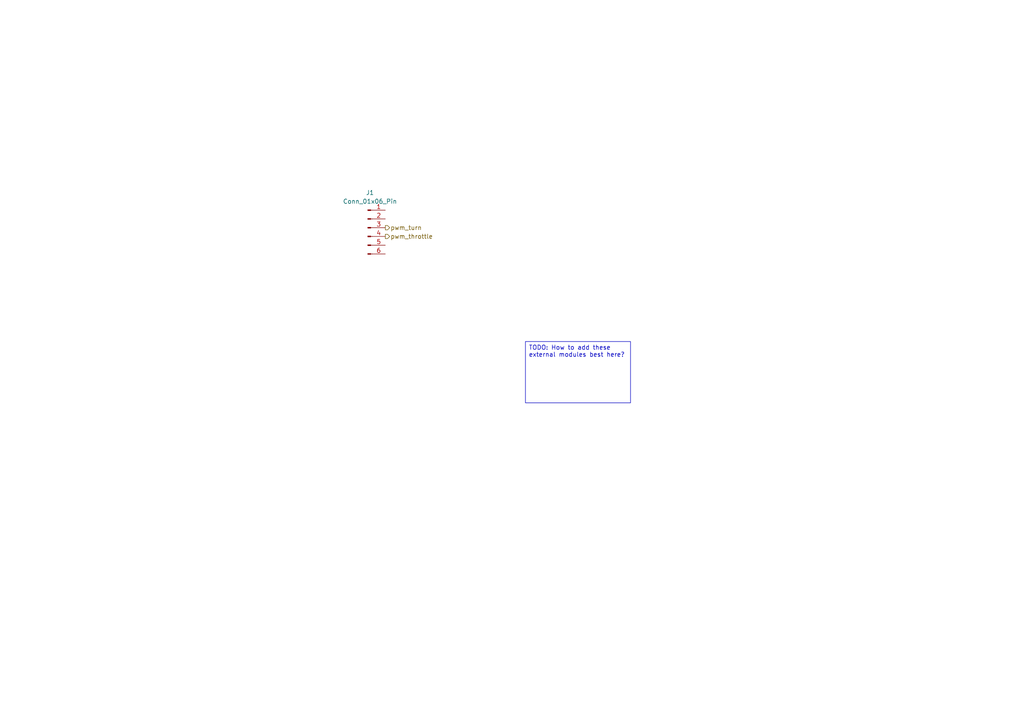
<source format=kicad_sch>
(kicad_sch (version 20230121) (generator eeschema)
  (paper "A4")
  (lib_symbols
    (symbol "Connector:Conn_01x06_Pin" (pin_names (offset 1.016) hide)
      (property "Reference" "J" (at 0 7.62 0))
      (property "Value" "Conn_01x06_Pin" (at 0 -10.16 0))
      (symbol "Conn_01x06_Pin_1_1"
        (polyline (pts (xy 1.27 -7.62) (xy 0.8636 -7.62)) (stroke (width 0.1524)))
        (polyline (pts (xy 1.27 -5.08) (xy 0.8636 -5.08)) (stroke (width 0.1524)))
        (polyline (pts (xy 1.27 -2.54) (xy 0.8636 -2.54)) (stroke (width 0.1524)))
        (polyline (pts (xy 1.27 0) (xy 0.8636 0)) (stroke (width 0.1524)))
        (polyline (pts (xy 1.27 2.54) (xy 0.8636 2.54)) (stroke (width 0.1524)))
        (polyline (pts (xy 1.27 5.08) (xy 0.8636 5.08)) (stroke (width 0.1524)))
        (rectangle (start 0.8636 -7.493) (end 0 -7.747) (stroke (width 0.1524)) (fill (type outline)))
        (rectangle (start 0.8636 -4.953) (end 0 -5.207) (stroke (width 0.1524)) (fill (type outline)))
        (rectangle (start 0.8636 -2.413) (end 0 -2.667) (stroke (width 0.1524)) (fill (type outline)))
        (rectangle (start 0.8636 0.127) (end 0 -0.127) (stroke (width 0.1524)) (fill (type outline)))
        (rectangle (start 0.8636 2.667) (end 0 2.413) (stroke (width 0.1524)) (fill (type outline)))
        (rectangle (start 0.8636 5.207) (end 0 4.953) (stroke (width 0.1524)) (fill (type outline)))
        (pin passive line (at 5.08 5.08 180) (length 3.81) (name "Pin_1") (number "1"))
        (pin passive line (at 5.08 2.54 180) (length 3.81) (name "Pin_2") (number "2"))
        (pin passive line (at 5.08 0 180) (length 3.81) (name "Pin_3") (number "3"))
        (pin passive line (at 5.08 -2.54 180) (length 3.81) (name "Pin_4") (number "4"))
        (pin passive line (at 5.08 -5.08 180) (length 3.81) (name "Pin_5") (number "5"))
        (pin passive line (at 5.08 -7.62 180) (length 3.81) (name "Pin_6") (number "6"))
      )
    )
  )
  (text_box "TODO: How to add these external modules best here?" (at 152.4 99.06 0) (size 30.48 17.78) (effects (font (size 1.27 1.27)) (justify left top)))
  (hierarchical_label "pwm_throttle" (shape output) (at 111.76 68.58 0))
  (hierarchical_label "pwm_turn" (shape output) (at 111.76 66.04 0))
  (symbol (lib_id "Connector:Conn_01x06_Pin") (at 106.68 66.04 0) (unit 1)
    (property "Reference" "J1" (at 107.315 55.88 0))
    (property "Value" "Conn_01x06_Pin" (at 107.315 58.42 0))
  )
)
</source>
